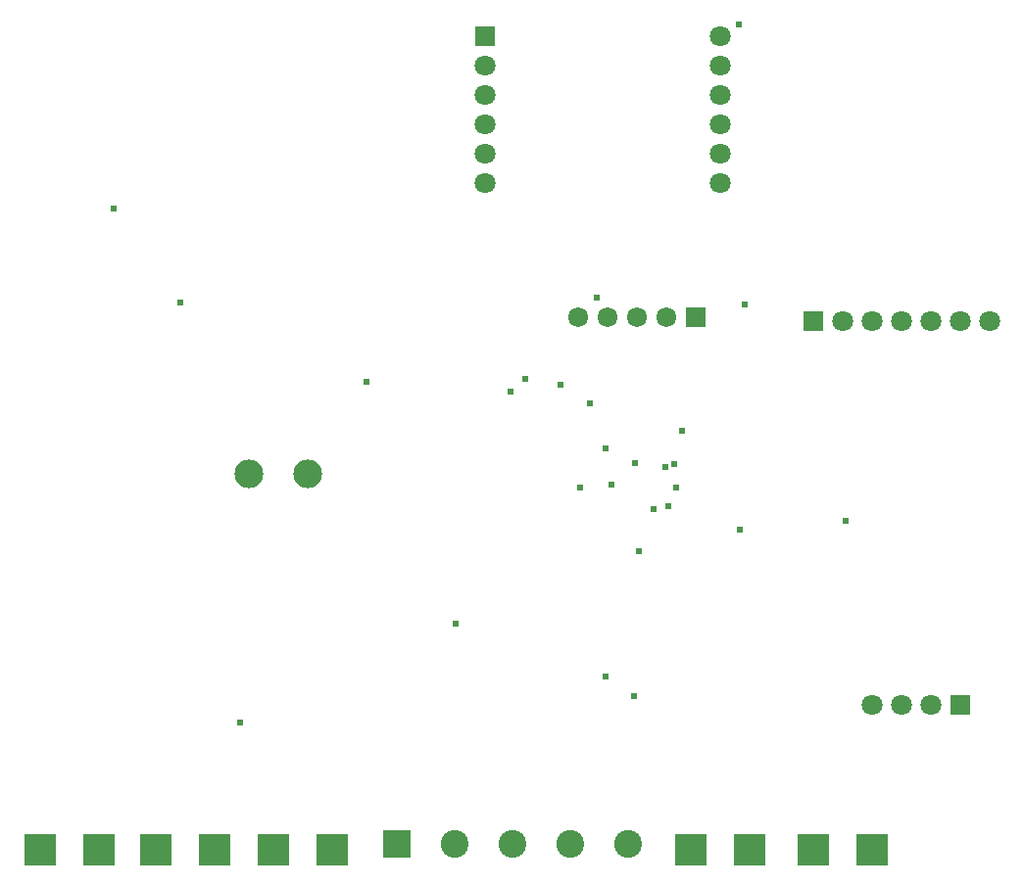
<source format=gbs>
G04*
G04 #@! TF.GenerationSoftware,Altium Limited,Altium Designer,20.1.11 (218)*
G04*
G04 Layer_Color=16711935*
%FSTAX24Y24*%
%MOIN*%
G70*
G04*
G04 #@! TF.SameCoordinates,6DBB7448-FED5-465F-904A-7FE87FEFC6C8*
G04*
G04*
G04 #@! TF.FilePolarity,Negative*
G04*
G01*
G75*
%ADD68C,0.0946*%
%ADD69R,0.0946X0.0946*%
%ADD70R,0.1064X0.1064*%
%ADD71C,0.0980*%
%ADD72C,0.0710*%
%ADD73R,0.0710X0.0710*%
%ADD74R,0.0678X0.0678*%
%ADD75C,0.0678*%
%ADD76R,0.0710X0.0710*%
%ADD77C,0.0237*%
D68*
X041919Y0137D02*
D03*
X03995D02*
D03*
X037982D02*
D03*
X036013D02*
D03*
D69*
X034044D02*
D03*
D70*
X0239Y0135D02*
D03*
X0219D02*
D03*
X03184D02*
D03*
X029845D02*
D03*
X02585D02*
D03*
X02785D02*
D03*
X04605D02*
D03*
X04405D02*
D03*
X0502D02*
D03*
X0482D02*
D03*
D71*
X029Y0263D02*
D03*
X031D02*
D03*
D72*
X04505Y0362D02*
D03*
Y0372D02*
D03*
Y0382D02*
D03*
Y0392D02*
D03*
Y0402D02*
D03*
Y0412D02*
D03*
X03705Y0362D02*
D03*
Y0372D02*
D03*
Y0382D02*
D03*
Y0392D02*
D03*
Y0402D02*
D03*
X0522Y01845D02*
D03*
X0512D02*
D03*
X0502D02*
D03*
X0542Y0315D02*
D03*
X0532D02*
D03*
X0522D02*
D03*
X0512D02*
D03*
X0502D02*
D03*
X0492D02*
D03*
D73*
X03705Y0412D02*
D03*
D74*
X0442Y03165D02*
D03*
D75*
X0432D02*
D03*
X0422D02*
D03*
X0412D02*
D03*
X0402D02*
D03*
D76*
X0532Y01845D02*
D03*
X0482Y0315D02*
D03*
D77*
X02441Y03535D02*
D03*
X04214Y02668D02*
D03*
X04226Y02369D02*
D03*
X0421Y01876D02*
D03*
X04278Y02512D02*
D03*
X04317Y026535D02*
D03*
X04569Y02443D02*
D03*
X04347Y02665D02*
D03*
X04588Y032067D02*
D03*
X02667Y03215D02*
D03*
X02872Y01785D02*
D03*
X0379Y0291D02*
D03*
X03962Y02936D02*
D03*
X04085Y0323D02*
D03*
X03603Y0212D02*
D03*
X04061Y0287D02*
D03*
X04113Y01941D02*
D03*
Y027167D02*
D03*
X04567Y04163D02*
D03*
X03839Y029559D02*
D03*
X04328Y02522D02*
D03*
X04375Y02778D02*
D03*
X04932Y02472D02*
D03*
X032996Y02945D02*
D03*
X043547Y025861D02*
D03*
X040279D02*
D03*
X041329Y025934D02*
D03*
M02*

</source>
